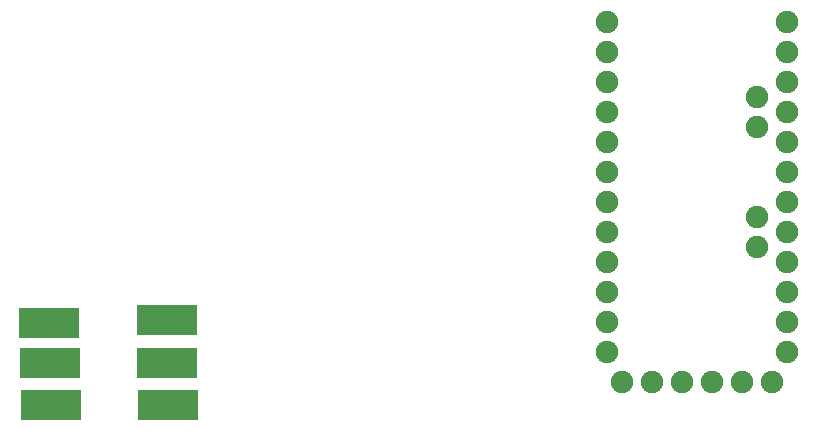
<source format=gbr>
G04 EAGLE Gerber X2 export*
%TF.Part,Single*%
%TF.FileFunction,Paste,Bot*%
%TF.FilePolarity,Positive*%
%TF.GenerationSoftware,Autodesk,EAGLE,9.1.0*%
%TF.CreationDate,2019-01-31T10:13:58Z*%
G75*
%MOMM*%
%FSLAX34Y34*%
%LPD*%
%AMOC8*
5,1,8,0,0,1.08239X$1,22.5*%
G01*
%ADD10C,1.905000*%
%ADD11R,5.080000X2.540000*%


D10*
X553415Y203606D03*
X578815Y203606D03*
X604215Y203606D03*
X629615Y203606D03*
X655015Y203606D03*
X680415Y203606D03*
X540715Y229006D03*
X540715Y254406D03*
X540715Y279806D03*
X540715Y305206D03*
X540715Y330606D03*
X540715Y356006D03*
X540715Y381406D03*
X693115Y229006D03*
X693115Y254406D03*
X693115Y279806D03*
X693115Y305206D03*
X693115Y330606D03*
X667715Y317906D03*
X667715Y343306D03*
X693115Y356006D03*
X693115Y381406D03*
X693115Y406806D03*
X693115Y432206D03*
X693115Y457606D03*
X693115Y483006D03*
X693115Y508406D03*
X667715Y419506D03*
X667715Y444906D03*
X540715Y406806D03*
X540715Y432206D03*
X540715Y457606D03*
X540715Y483006D03*
X540715Y508406D03*
D11*
X68885Y252984D03*
X69494Y219456D03*
X70104Y184099D03*
X168859Y184099D03*
X168250Y219456D03*
X168250Y256032D03*
M02*

</source>
